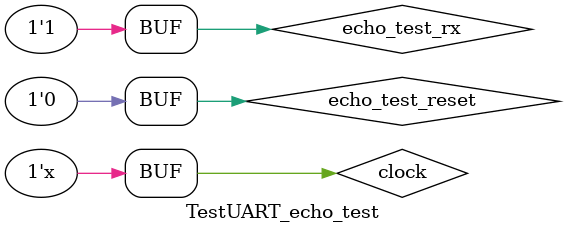
<source format=v>
`timescale 1ns / 1ps


module TestUART_echo_test;

	// Inputs
	reg clock;
	reg echo_test_rx;
	reg echo_test_reset;

	// Outputs
	wire echo_test_tx;

	// Instantiate the Unit Under Test (UUT)
	UART_echo_test_module uut (
		.clock(clock), 
		.echo_test_rx(echo_test_rx), 
		.echo_test_reset(echo_test_reset), 
		.echo_test_tx(echo_test_tx)
	);

	initial begin
		// Initialize Inputs
		clock = 0;
		echo_test_rx = 1;
		  
		// Add stimulus here
		
		echo_test_reset = 1;
		#5;
		echo_test_reset = 0;
		
		// send nothing
		#26080;
		//	send all 0s
		echo_test_rx = 0; // bit de start y 8 bits en 0
		#24450;
		echo_test_rx = 1; // bit de stop y idle	
	end
	
	always begin
		clock = ~clock;
		#1;
	end
endmodule


</source>
